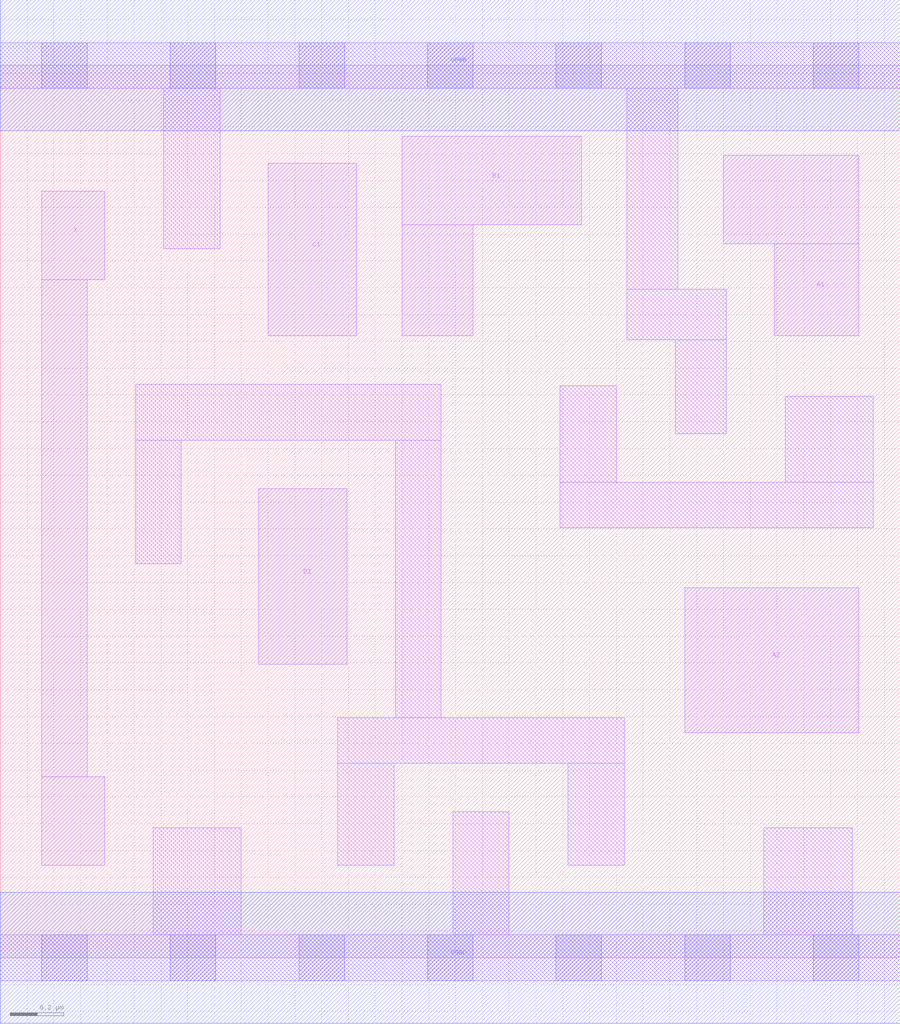
<source format=lef>
# Copyright 2020 The SkyWater PDK Authors
#
# Licensed under the Apache License, Version 2.0 (the "License");
# you may not use this file except in compliance with the License.
# You may obtain a copy of the License at
#
#     https://www.apache.org/licenses/LICENSE-2.0
#
# Unless required by applicable law or agreed to in writing, software
# distributed under the License is distributed on an "AS IS" BASIS,
# WITHOUT WARRANTIES OR CONDITIONS OF ANY KIND, either express or implied.
# See the License for the specific language governing permissions and
# limitations under the License.
#
# SPDX-License-Identifier: Apache-2.0

VERSION 5.7 ;
  NAMESCASESENSITIVE ON ;
  NOWIREEXTENSIONATPIN ON ;
  DIVIDERCHAR "/" ;
  BUSBITCHARS "[]" ;
UNITS
  DATABASE MICRONS 200 ;
END UNITS
MACRO sky130_fd_sc_lp__a2111o_m
  CLASS CORE ;
  SOURCE USER ;
  FOREIGN sky130_fd_sc_lp__a2111o_m ;
  ORIGIN  0.000000  0.000000 ;
  SIZE  3.360000 BY  3.330000 ;
  SYMMETRY X Y R90 ;
  SITE unit ;
  PIN A1
    ANTENNAGATEAREA  0.126000 ;
    DIRECTION INPUT ;
    USE SIGNAL ;
    PORT
      LAYER li1 ;
        RECT 2.700000 2.665000 3.205000 2.995000 ;
        RECT 2.890000 2.320000 3.205000 2.665000 ;
    END
  END A1
  PIN A2
    ANTENNAGATEAREA  0.126000 ;
    DIRECTION INPUT ;
    USE SIGNAL ;
    PORT
      LAYER li1 ;
        RECT 2.555000 0.840000 3.205000 1.380000 ;
    END
  END A2
  PIN B1
    ANTENNAGATEAREA  0.126000 ;
    DIRECTION INPUT ;
    USE SIGNAL ;
    PORT
      LAYER li1 ;
        RECT 1.500000 2.320000 1.765000 2.735000 ;
        RECT 1.500000 2.735000 2.170000 3.065000 ;
    END
  END B1
  PIN C1
    ANTENNAGATEAREA  0.126000 ;
    DIRECTION INPUT ;
    USE SIGNAL ;
    PORT
      LAYER li1 ;
        RECT 1.000000 2.320000 1.330000 2.965000 ;
    END
  END C1
  PIN D1
    ANTENNAGATEAREA  0.126000 ;
    DIRECTION INPUT ;
    USE SIGNAL ;
    PORT
      LAYER li1 ;
        RECT 0.965000 1.095000 1.295000 1.750000 ;
    END
  END D1
  PIN X
    ANTENNADIFFAREA  0.222600 ;
    DIRECTION OUTPUT ;
    USE SIGNAL ;
    PORT
      LAYER li1 ;
        RECT 0.155000 0.345000 0.390000 0.675000 ;
        RECT 0.155000 0.675000 0.325000 2.530000 ;
        RECT 0.155000 2.530000 0.390000 2.860000 ;
    END
  END X
  PIN VGND
    DIRECTION INOUT ;
    USE GROUND ;
    PORT
      LAYER met1 ;
        RECT 0.000000 -0.245000 3.360000 0.245000 ;
    END
  END VGND
  PIN VPWR
    DIRECTION INOUT ;
    USE POWER ;
    PORT
      LAYER met1 ;
        RECT 0.000000 3.085000 3.360000 3.575000 ;
    END
  END VPWR
  OBS
    LAYER li1 ;
      RECT 0.000000 -0.085000 3.360000 0.085000 ;
      RECT 0.000000  3.245000 3.360000 3.415000 ;
      RECT 0.505000  1.470000 0.675000 1.930000 ;
      RECT 0.505000  1.930000 1.645000 2.140000 ;
      RECT 0.570000  0.085000 0.900000 0.485000 ;
      RECT 0.610000  2.645000 0.820000 3.245000 ;
      RECT 1.260000  0.345000 1.470000 0.725000 ;
      RECT 1.260000  0.725000 2.330000 0.895000 ;
      RECT 1.475000  0.895000 1.645000 1.930000 ;
      RECT 1.690000  0.085000 1.900000 0.545000 ;
      RECT 2.090000  1.605000 3.260000 1.775000 ;
      RECT 2.090000  1.775000 2.300000 2.135000 ;
      RECT 2.120000  0.345000 2.330000 0.725000 ;
      RECT 2.340000  2.305000 2.710000 2.495000 ;
      RECT 2.340000  2.495000 2.530000 3.245000 ;
      RECT 2.520000  1.955000 2.710000 2.305000 ;
      RECT 2.850000  0.085000 3.180000 0.485000 ;
      RECT 2.930000  1.775000 3.260000 2.095000 ;
    LAYER mcon ;
      RECT 0.155000 -0.085000 0.325000 0.085000 ;
      RECT 0.155000  3.245000 0.325000 3.415000 ;
      RECT 0.635000 -0.085000 0.805000 0.085000 ;
      RECT 0.635000  3.245000 0.805000 3.415000 ;
      RECT 1.115000 -0.085000 1.285000 0.085000 ;
      RECT 1.115000  3.245000 1.285000 3.415000 ;
      RECT 1.595000 -0.085000 1.765000 0.085000 ;
      RECT 1.595000  3.245000 1.765000 3.415000 ;
      RECT 2.075000 -0.085000 2.245000 0.085000 ;
      RECT 2.075000  3.245000 2.245000 3.415000 ;
      RECT 2.555000 -0.085000 2.725000 0.085000 ;
      RECT 2.555000  3.245000 2.725000 3.415000 ;
      RECT 3.035000 -0.085000 3.205000 0.085000 ;
      RECT 3.035000  3.245000 3.205000 3.415000 ;
  END
END sky130_fd_sc_lp__a2111o_m
END LIBRARY

</source>
